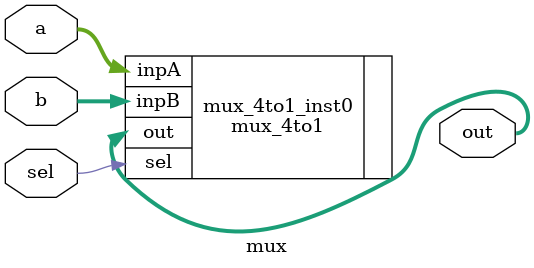
<source format=v>
module mux( 
input [4:0] a, b,
input sel,
output [4:0] out );
// When sel=0, assign a to out. 
// When sel=1, assign b to out.

// Each output port will have one input.

// Create a 4-bit multiplexer that chooses one of the 8 inputs 
// based on the value of sel.
mux_4to1 mux_4to1_inst0(
// Specify the port names and types
.inpA(a),
.inpB(b),
.sel(sel),
.out(out)
);

endmodule

</source>
